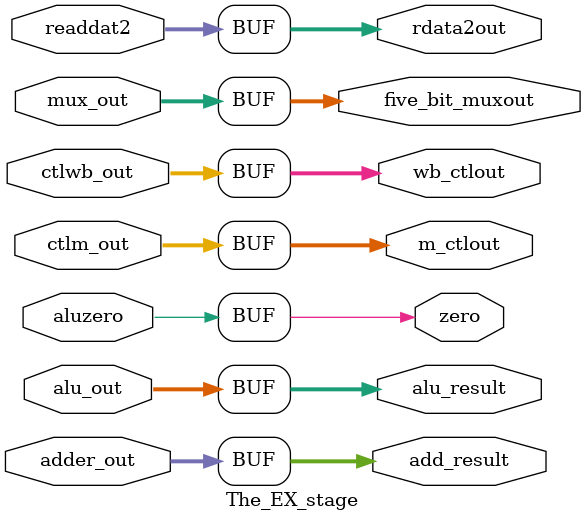
<source format=v>
`timescale 1ns / 1ps
module The_EX_stage(
	input  [1:0]  ctlwb_out,
	input [2:0]  ctlm_out,
	input [31:0]  adder_out,
	input    aluzero,
	input  [31:0]  alu_out,
	input  [31:0]  readdat2,
	input  [4:0]  mux_out,
	
	output reg[1:0]  wb_ctlout,
	output reg [2:0]  m_ctlout,
	output reg [31:0] add_result, 
	output reg   	    zero,
	output reg [31:0] alu_result, 
	output reg [31:0] rdata2out, 
	output reg [4:0]  five_bit_muxout
    );
	 
    
	 
	 always @*
     begin
     #5  // clock cycle of the latch
         wb_ctlout <= ctlwb_out;
			m_ctlout  <= ctlm_out;
			add_result <= adder_out;
			zero   <= aluzero;
			alu_result <= alu_out;
			rdata2out <= readdat2;
			five_bit_muxout<= mux_out;
			
     end

endmodule

</source>
